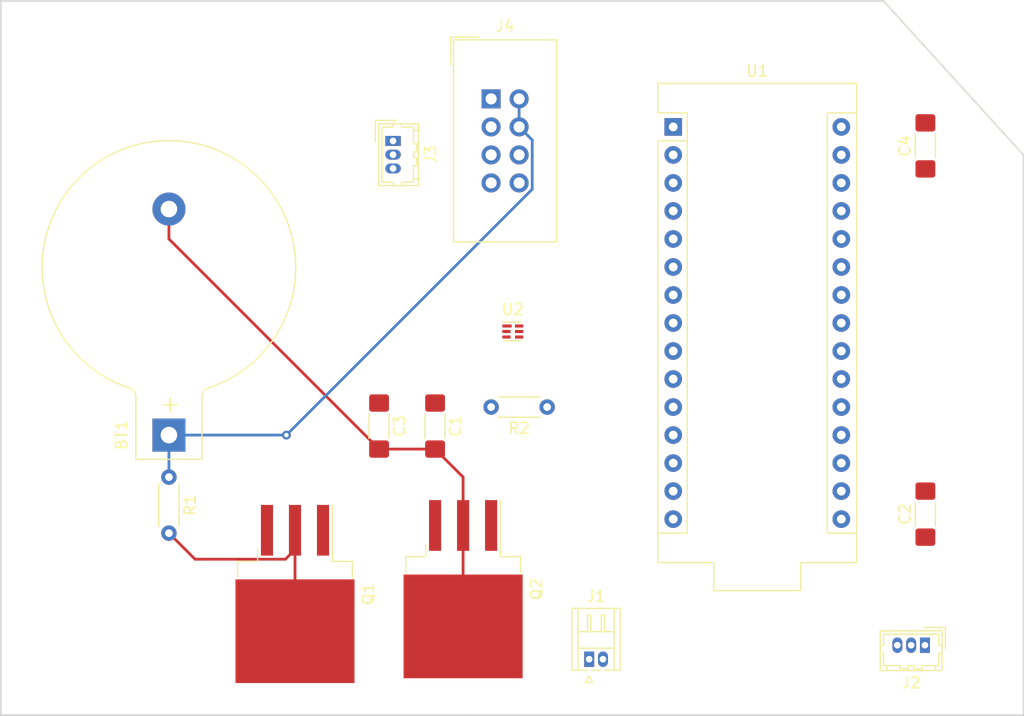
<source format=kicad_pcb>
(kicad_pcb (version 20171130) (host pcbnew "(5.1.10)-1")

  (general
    (thickness 1.6)
    (drawings 7)
    (tracks 20)
    (zones 0)
    (modules 15)
    (nets 40)
  )

  (page A4)
  (layers
    (0 F.Cu signal)
    (31 B.Cu signal)
    (32 B.Adhes user)
    (33 F.Adhes user)
    (34 B.Paste user)
    (35 F.Paste user)
    (36 B.SilkS user)
    (37 F.SilkS user)
    (38 B.Mask user)
    (39 F.Mask user)
    (40 Dwgs.User user)
    (41 Cmts.User user)
    (42 Eco1.User user)
    (43 Eco2.User user)
    (44 Edge.Cuts user)
    (45 Margin user)
    (46 B.CrtYd user)
    (47 F.CrtYd user)
    (48 B.Fab user)
    (49 F.Fab user)
  )

  (setup
    (last_trace_width 0.25)
    (trace_clearance 0.2)
    (zone_clearance 0.508)
    (zone_45_only no)
    (trace_min 0.2)
    (via_size 0.8)
    (via_drill 0.4)
    (via_min_size 0.4)
    (via_min_drill 0.3)
    (uvia_size 0.3)
    (uvia_drill 0.1)
    (uvias_allowed no)
    (uvia_min_size 0.2)
    (uvia_min_drill 0.1)
    (edge_width 0.15)
    (segment_width 0.2)
    (pcb_text_width 0.3)
    (pcb_text_size 1.5 1.5)
    (mod_edge_width 0.15)
    (mod_text_size 1 1)
    (mod_text_width 0.15)
    (pad_size 1.524 1.524)
    (pad_drill 0.762)
    (pad_to_mask_clearance 0.2)
    (aux_axis_origin 0 0)
    (visible_elements 7FFFFFFF)
    (pcbplotparams
      (layerselection 0x010fc_ffffffff)
      (usegerberextensions false)
      (usegerberattributes false)
      (usegerberadvancedattributes false)
      (creategerberjobfile false)
      (excludeedgelayer true)
      (linewidth 0.100000)
      (plotframeref false)
      (viasonmask false)
      (mode 1)
      (useauxorigin false)
      (hpglpennumber 1)
      (hpglpenspeed 20)
      (hpglpendiameter 15.000000)
      (psnegative false)
      (psa4output false)
      (plotreference true)
      (plotvalue true)
      (plotinvisibletext false)
      (padsonsilk false)
      (subtractmaskfromsilk false)
      (outputformat 1)
      (mirror false)
      (drillshape 1)
      (scaleselection 1)
      (outputdirectory ""))
  )

  (net 0 "")
  (net 1 "Net-(U1-Pad18)")
  (net 2 "Net-(U1-Pad3)")
  (net 3 "Net-(U1-Pad19)")
  (net 4 "Net-(U1-Pad5)")
  (net 5 "Net-(U1-Pad21)")
  (net 6 "Net-(U1-Pad6)")
  (net 7 "Net-(U1-Pad22)")
  (net 8 "Net-(U1-Pad7)")
  (net 9 "Net-(U1-Pad23)")
  (net 10 "Net-(U1-Pad8)")
  (net 11 "Net-(U1-Pad24)")
  (net 12 "Net-(U1-Pad9)")
  (net 13 "Net-(U1-Pad25)")
  (net 14 "Net-(U1-Pad10)")
  (net 15 "Net-(U1-Pad26)")
  (net 16 "Net-(U1-Pad11)")
  (net 17 "Net-(U1-Pad27)")
  (net 18 "Net-(U1-Pad12)")
  (net 19 "Net-(U1-Pad28)")
  (net 20 "Net-(U1-Pad13)")
  (net 21 "Net-(U1-Pad14)")
  (net 22 "Net-(U1-Pad15)")
  (net 23 "Net-(U1-Pad16)")
  (net 24 Earth)
  (net 25 3v3)
  (net 26 "Net-(C1-Pad1)")
  (net 27 sIn_1)
  (net 28 sIn_2)
  (net 29 s)
  (net 30 gp2)
  (net 31 gp0)
  (net 32 rst)
  (net 33 txd)
  (net 34 rxd)
  (net 35 "Net-(Q1-Pad1)")
  (net 36 "Net-(Q1-Pad2)")
  (net 37 "Net-(Q1-Pad3)")
  (net 38 "Net-(Q2-Pad3)")
  (net 39 "Net-(U2-Pad1)")

  (net_class Default "This is the default net class."
    (clearance 0.2)
    (trace_width 0.25)
    (via_dia 0.8)
    (via_drill 0.4)
    (uvia_dia 0.3)
    (uvia_drill 0.1)
    (add_net 3v3)
    (add_net Earth)
    (add_net "Net-(C1-Pad1)")
    (add_net "Net-(Q1-Pad1)")
    (add_net "Net-(Q1-Pad2)")
    (add_net "Net-(Q1-Pad3)")
    (add_net "Net-(Q2-Pad3)")
    (add_net "Net-(U1-Pad10)")
    (add_net "Net-(U1-Pad11)")
    (add_net "Net-(U1-Pad12)")
    (add_net "Net-(U1-Pad13)")
    (add_net "Net-(U1-Pad14)")
    (add_net "Net-(U1-Pad15)")
    (add_net "Net-(U1-Pad16)")
    (add_net "Net-(U1-Pad18)")
    (add_net "Net-(U1-Pad19)")
    (add_net "Net-(U1-Pad21)")
    (add_net "Net-(U1-Pad22)")
    (add_net "Net-(U1-Pad23)")
    (add_net "Net-(U1-Pad24)")
    (add_net "Net-(U1-Pad25)")
    (add_net "Net-(U1-Pad26)")
    (add_net "Net-(U1-Pad27)")
    (add_net "Net-(U1-Pad28)")
    (add_net "Net-(U1-Pad3)")
    (add_net "Net-(U1-Pad5)")
    (add_net "Net-(U1-Pad6)")
    (add_net "Net-(U1-Pad7)")
    (add_net "Net-(U1-Pad8)")
    (add_net "Net-(U1-Pad9)")
    (add_net "Net-(U2-Pad1)")
    (add_net gp0)
    (add_net gp2)
    (add_net rst)
    (add_net rxd)
    (add_net s)
    (add_net sIn_1)
    (add_net sIn_2)
    (add_net txd)
  )

  (module Arduino:Arduino_Nano_Every (layer F.Cu) (tedit 5FA0E9AA) (tstamp 6426287F)
    (at 133.35 73.66)
    (descr "Arduino Nano Every")
    (tags "Arduino Nano Every")
    (path /6419DD67)
    (fp_text reference U1 (at 7.62 -5.08) (layer F.SilkS)
      (effects (font (size 1 1) (thickness 0.15)))
    )
    (fp_text value Arduino_Nano_Every (at 8.89 19.05 90) (layer F.Fab)
      (effects (font (size 1 1) (thickness 0.15)))
    )
    (fp_line (start 3.683 42.037) (end 11.557 42.037) (layer F.SilkS) (width 0.12))
    (fp_line (start 11.557 42.037) (end 11.557 39.497) (layer F.SilkS) (width 0.12))
    (fp_line (start 11.557 39.497) (end 16.637 39.497) (layer F.SilkS) (width 0.12))
    (fp_line (start 3.683 42.037) (end 3.683 39.497) (layer F.SilkS) (width 0.12))
    (fp_line (start 16.764 42.164) (end -1.524 42.164) (layer F.CrtYd) (width 0.05))
    (fp_line (start 16.764 42.164) (end 16.764 -4.064) (layer F.CrtYd) (width 0.05))
    (fp_line (start -1.524 -4.064) (end -1.524 42.164) (layer F.CrtYd) (width 0.05))
    (fp_line (start -1.524 -4.064) (end 16.764 -4.064) (layer F.CrtYd) (width 0.05))
    (fp_line (start 16.51 -3.81) (end 16.51 39.37) (layer F.Fab) (width 0.1))
    (fp_line (start 0 -3.81) (end 16.51 -3.81) (layer F.Fab) (width 0.1))
    (fp_line (start -1.27 -2.54) (end 0 -3.81) (layer F.Fab) (width 0.1))
    (fp_line (start -1.27 39.37) (end -1.27 -2.54) (layer F.Fab) (width 0.1))
    (fp_line (start 16.51 39.37) (end -1.27 39.37) (layer F.Fab) (width 0.1))
    (fp_line (start 16.637 -3.937) (end -1.397 -3.937) (layer F.SilkS) (width 0.12))
    (fp_line (start 16.637 39.497) (end 16.637 -3.937) (layer F.SilkS) (width 0.12))
    (fp_line (start -1.397 39.497) (end 3.683 39.497) (layer F.SilkS) (width 0.12))
    (fp_line (start 3.81 41.91) (end 3.81 35.56) (layer F.Fab) (width 0.1))
    (fp_line (start 11.43 41.91) (end 3.81 41.91) (layer F.Fab) (width 0.1))
    (fp_line (start 11.43 35.56) (end 11.43 41.91) (layer F.Fab) (width 0.1))
    (fp_line (start 3.81 35.56) (end 11.43 35.56) (layer F.Fab) (width 0.1))
    (fp_line (start 1.27 36.83) (end -1.4 36.83) (layer F.SilkS) (width 0.12))
    (fp_line (start 1.27 1.27) (end 1.27 36.83) (layer F.SilkS) (width 0.12))
    (fp_line (start 1.27 1.27) (end -1.397 1.27) (layer F.SilkS) (width 0.12))
    (fp_line (start 13.97 36.83) (end 16.64 36.83) (layer F.SilkS) (width 0.12))
    (fp_line (start 13.97 -1.27) (end 13.97 36.83) (layer F.SilkS) (width 0.12))
    (fp_line (start 13.97 -1.27) (end 16.64 -1.27) (layer F.SilkS) (width 0.12))
    (fp_line (start -1.397 -3.937) (end -1.397 -1.27) (layer F.SilkS) (width 0.12))
    (fp_line (start -1.397 1.27) (end -1.397 39.497) (layer F.SilkS) (width 0.12))
    (fp_line (start 1.27 -1.27) (end -1.397 -1.27) (layer F.SilkS) (width 0.12))
    (fp_line (start 1.27 1.27) (end 1.27 -1.27) (layer F.SilkS) (width 0.12))
    (fp_text user %R (at 6.35 19.05 90) (layer F.Fab)
      (effects (font (size 1 1) (thickness 0.15)))
    )
    (pad 1 thru_hole rect (at 0 0) (size 1.6 1.6) (drill 0.8) (layers *.Cu *.Mask)
      (net 33 txd))
    (pad 17 thru_hole oval (at 15.24 33.02) (size 1.6 1.6) (drill 0.8) (layers *.Cu *.Mask)
      (net 25 3v3))
    (pad 2 thru_hole oval (at 0 2.54) (size 1.6 1.6) (drill 0.8) (layers *.Cu *.Mask)
      (net 34 rxd))
    (pad 18 thru_hole oval (at 15.24 30.48) (size 1.6 1.6) (drill 0.8) (layers *.Cu *.Mask)
      (net 1 "Net-(U1-Pad18)"))
    (pad 3 thru_hole oval (at 0 5.08) (size 1.6 1.6) (drill 0.8) (layers *.Cu *.Mask)
      (net 2 "Net-(U1-Pad3)"))
    (pad 19 thru_hole oval (at 15.24 27.94) (size 1.6 1.6) (drill 0.8) (layers *.Cu *.Mask)
      (net 3 "Net-(U1-Pad19)"))
    (pad 4 thru_hole oval (at 0 7.62) (size 1.6 1.6) (drill 0.8) (layers *.Cu *.Mask)
      (net 24 Earth))
    (pad 20 thru_hole oval (at 15.24 25.4) (size 1.6 1.6) (drill 0.8) (layers *.Cu *.Mask)
      (net 29 s))
    (pad 5 thru_hole oval (at 0 10.16) (size 1.6 1.6) (drill 0.8) (layers *.Cu *.Mask)
      (net 4 "Net-(U1-Pad5)"))
    (pad 21 thru_hole oval (at 15.24 22.86) (size 1.6 1.6) (drill 0.8) (layers *.Cu *.Mask)
      (net 5 "Net-(U1-Pad21)"))
    (pad 6 thru_hole oval (at 0 12.7) (size 1.6 1.6) (drill 0.8) (layers *.Cu *.Mask)
      (net 6 "Net-(U1-Pad6)"))
    (pad 22 thru_hole oval (at 15.24 20.32) (size 1.6 1.6) (drill 0.8) (layers *.Cu *.Mask)
      (net 7 "Net-(U1-Pad22)"))
    (pad 7 thru_hole oval (at 0 15.24) (size 1.6 1.6) (drill 0.8) (layers *.Cu *.Mask)
      (net 8 "Net-(U1-Pad7)"))
    (pad 23 thru_hole oval (at 15.24 17.78) (size 1.6 1.6) (drill 0.8) (layers *.Cu *.Mask)
      (net 9 "Net-(U1-Pad23)"))
    (pad 8 thru_hole oval (at 0 17.78) (size 1.6 1.6) (drill 0.8) (layers *.Cu *.Mask)
      (net 10 "Net-(U1-Pad8)"))
    (pad 24 thru_hole oval (at 15.24 15.24) (size 1.6 1.6) (drill 0.8) (layers *.Cu *.Mask)
      (net 11 "Net-(U1-Pad24)"))
    (pad 9 thru_hole oval (at 0 20.32) (size 1.6 1.6) (drill 0.8) (layers *.Cu *.Mask)
      (net 12 "Net-(U1-Pad9)"))
    (pad 25 thru_hole oval (at 15.24 12.7) (size 1.6 1.6) (drill 0.8) (layers *.Cu *.Mask)
      (net 13 "Net-(U1-Pad25)"))
    (pad 10 thru_hole oval (at 0 22.86) (size 1.6 1.6) (drill 0.8) (layers *.Cu *.Mask)
      (net 14 "Net-(U1-Pad10)"))
    (pad 26 thru_hole oval (at 15.24 10.16) (size 1.6 1.6) (drill 0.8) (layers *.Cu *.Mask)
      (net 15 "Net-(U1-Pad26)"))
    (pad 11 thru_hole oval (at 0 25.4) (size 1.6 1.6) (drill 0.8) (layers *.Cu *.Mask)
      (net 16 "Net-(U1-Pad11)"))
    (pad 27 thru_hole oval (at 15.24 7.62) (size 1.6 1.6) (drill 0.8) (layers *.Cu *.Mask)
      (net 17 "Net-(U1-Pad27)"))
    (pad 12 thru_hole oval (at 0 27.94) (size 1.6 1.6) (drill 0.8) (layers *.Cu *.Mask)
      (net 18 "Net-(U1-Pad12)"))
    (pad 28 thru_hole oval (at 15.24 5.08) (size 1.6 1.6) (drill 0.8) (layers *.Cu *.Mask)
      (net 19 "Net-(U1-Pad28)"))
    (pad 13 thru_hole oval (at 0 30.48) (size 1.6 1.6) (drill 0.8) (layers *.Cu *.Mask)
      (net 20 "Net-(U1-Pad13)"))
    (pad 29 thru_hole oval (at 15.24 2.54) (size 1.6 1.6) (drill 0.8) (layers *.Cu *.Mask)
      (net 24 Earth))
    (pad 14 thru_hole oval (at 0 33.02) (size 1.6 1.6) (drill 0.8) (layers *.Cu *.Mask)
      (net 21 "Net-(U1-Pad14)"))
    (pad 30 thru_hole oval (at 15.24 0) (size 1.6 1.6) (drill 0.8) (layers *.Cu *.Mask)
      (net 25 3v3))
    (pad 15 thru_hole oval (at 0 35.56) (size 1.6 1.6) (drill 0.8) (layers *.Cu *.Mask)
      (net 22 "Net-(U1-Pad15)"))
    (pad 16 thru_hole oval (at 15.24 35.56) (size 1.6 1.6) (drill 0.8) (layers *.Cu *.Mask)
      (net 23 "Net-(U1-Pad16)"))
    (model ${KISYS3DMOD}/Module.3dshapes/Arduino_Nano_WithMountingHoles.wrl
      (at (xyz 0 0 0))
      (scale (xyz 1 1 1))
      (rotate (xyz 0 0 0))
    )
    (model ${LOCALREPO}/kicad-lib-arduino/Arduino.3dshapes/arduino_nano_every.x3d
      (at (xyz 0 0 0))
      (scale (xyz 1 1 1))
      (rotate (xyz 0 0 0))
    )
    (model ${KICAD_TEMPLATE_DIR}/kicad-lib-arduino-main/Arduino.3dshapes/arduino_nano_every.x3d
      (at (xyz 0 0 0))
      (scale (xyz 1 1 1))
      (rotate (xyz 0 0 0))
    )
    (model "C:/Program Files/KiCad/share/kicad/kicad-lib-arduino-main/Arduino.3dshapes/arduino_nano_every.x3d"
      (at (xyz 0 0 0))
      (scale (xyz 1 1 1))
      (rotate (xyz 0 0 0))
    )
  )

  (module Battery:BatteryHolder_Keystone_103_1x20mm (layer F.Cu) (tedit 5787C32C) (tstamp 64262DF4)
    (at 87.63 101.6 90)
    (descr http://www.keyelco.com/product-pdf.cfm?p=719)
    (tags "Keystone type 103 battery holder")
    (path /6419E29A)
    (fp_text reference BT1 (at 0 -4.3 90) (layer F.SilkS)
      (effects (font (size 1 1) (thickness 0.15)))
    )
    (fp_text value Battery_Cell (at 15 13 90) (layer F.Fab)
      (effects (font (size 1 1) (thickness 0.15)))
    )
    (fp_line (start 0 -1.3) (end 0 1.3) (layer F.Fab) (width 0.1))
    (fp_line (start 16.2 -1.3) (end 0 -1.3) (layer F.Fab) (width 0.1))
    (fp_line (start 0 1.3) (end 16.2 1.3) (layer F.Fab) (width 0.1))
    (fp_line (start -2.1 -2.5) (end -2.1 2.5) (layer F.Fab) (width 0.1))
    (fp_line (start -1.7 2.9) (end 3.5306 2.9) (layer F.Fab) (width 0.1))
    (fp_line (start 3.5306 -2.9) (end -1.7 -2.9) (layer F.Fab) (width 0.1))
    (fp_line (start 23.5712 -7.7216) (end 22.6314 -6.858) (layer F.Fab) (width 0.1))
    (fp_line (start 23.5712 7.7216) (end 22.6568 6.8834) (layer F.Fab) (width 0.1))
    (fp_line (start -2.2 3) (end 3.5 3) (layer F.SilkS) (width 0.12))
    (fp_line (start -2.2 3) (end -2.2 -3) (layer F.SilkS) (width 0.12))
    (fp_line (start -2.2 -3) (end 3.5 -3) (layer F.SilkS) (width 0.12))
    (fp_line (start -2.45 3.25) (end -2.45 -3.25) (layer F.CrtYd) (width 0.05))
    (fp_line (start -2.45 3.25) (end 3.5 3.25) (layer F.CrtYd) (width 0.05))
    (fp_line (start -2.45 -3.25) (end 3.5 -3.25) (layer F.CrtYd) (width 0.05))
    (fp_text user + (at 2.75 0 90) (layer F.SilkS)
      (effects (font (size 1.5 1.5) (thickness 0.15)))
    )
    (fp_text user %R (at 0 0 90) (layer F.Fab)
      (effects (font (size 1 1) (thickness 0.15)))
    )
    (fp_arc (start 15.2 0) (end 4.01 3.6) (angle -162.5) (layer F.CrtYd) (width 0.05))
    (fp_arc (start 15.2 0) (end 4.01 -3.6) (angle 162.5) (layer F.CrtYd) (width 0.05))
    (fp_arc (start 3.5 3.8) (end 3.5 3.25) (angle 70) (layer F.CrtYd) (width 0.05))
    (fp_arc (start 3.5 -3.8) (end 3.5 -3.25) (angle -70) (layer F.CrtYd) (width 0.05))
    (fp_arc (start 15.2 0) (end 4.25 3.5) (angle -162.5) (layer F.SilkS) (width 0.12))
    (fp_arc (start 3.5 3.8) (end 3.5 3) (angle 70) (layer F.SilkS) (width 0.12))
    (fp_arc (start 15.2 0) (end 4.25 -3.5) (angle 162.5) (layer F.SilkS) (width 0.12))
    (fp_arc (start 3.5 -3.8) (end 3.5 -3) (angle -70) (layer F.SilkS) (width 0.12))
    (fp_arc (start 3.5 3.8) (end 3.5 2.9) (angle 70) (layer F.Fab) (width 0.1))
    (fp_arc (start 15.2 0) (end 4.35 3.5) (angle -162.5) (layer F.Fab) (width 0.1))
    (fp_arc (start 15.2 0) (end 4.35 -3.5) (angle 162.5) (layer F.Fab) (width 0.1))
    (fp_arc (start 15.2 0) (end 5.2 1.3) (angle -180) (layer F.Fab) (width 0.1))
    (fp_arc (start 15.2 0) (end 9 1.3) (angle -170) (layer F.Fab) (width 0.1))
    (fp_arc (start 15.2 0) (end 13.3 1.3) (angle -150) (layer F.Fab) (width 0.1))
    (fp_arc (start 15.2 0) (end 13.3 -1.3) (angle 150) (layer F.Fab) (width 0.1))
    (fp_arc (start 15.2 0) (end 9 -1.3) (angle 170) (layer F.Fab) (width 0.1))
    (fp_arc (start 15.2 0) (end 5.2 -1.3) (angle 180) (layer F.Fab) (width 0.1))
    (fp_arc (start 3.5 -3.8) (end 3.5 -2.9) (angle -70) (layer F.Fab) (width 0.1))
    (fp_arc (start 16.2 0) (end 16.2 -1.3) (angle 180) (layer F.Fab) (width 0.1))
    (fp_arc (start -1.7 2.5) (end -2.1 2.5) (angle -90) (layer F.Fab) (width 0.1))
    (fp_arc (start -1.7 -2.5) (end -2.1 -2.5) (angle 90) (layer F.Fab) (width 0.1))
    (pad 2 thru_hole circle (at 20.49 0 90) (size 3 3) (drill 1.5) (layers *.Cu *.Mask)
      (net 24 Earth))
    (pad 1 thru_hole rect (at 0 0 90) (size 3 3) (drill 1.5) (layers *.Cu *.Mask)
      (net 25 3v3))
    (model ${KISYS3DMOD}/Battery.3dshapes/BatteryHolder_Keystone_103_1x20mm.wrl
      (at (xyz 0 0 0))
      (scale (xyz 1 1 1))
      (rotate (xyz 0 0 0))
    )
  )

  (module Capacitor_SMD:C_1806_4516Metric_Pad1.57x1.80mm_HandSolder (layer F.Cu) (tedit 5B301BBE) (tstamp 64262E05)
    (at 111.76 100.7825 270)
    (descr "Capacitor SMD 1806 (4516 Metric), square (rectangular) end terminal, IPC_7351 nominal with elongated pad for handsoldering. (Body size source: https://www.modelithics.com/models/Vendor/MuRata/BLM41P.pdf), generated with kicad-footprint-generator")
    (tags "capacitor handsolder")
    (path /6419EE34)
    (attr smd)
    (fp_text reference C1 (at 0 -1.85 270) (layer F.SilkS)
      (effects (font (size 1 1) (thickness 0.15)))
    )
    (fp_text value 0u1 (at 0 1.85 270) (layer F.Fab)
      (effects (font (size 1 1) (thickness 0.15)))
    )
    (fp_line (start 3.12 1.15) (end -3.12 1.15) (layer F.CrtYd) (width 0.05))
    (fp_line (start 3.12 -1.15) (end 3.12 1.15) (layer F.CrtYd) (width 0.05))
    (fp_line (start -3.12 -1.15) (end 3.12 -1.15) (layer F.CrtYd) (width 0.05))
    (fp_line (start -3.12 1.15) (end -3.12 -1.15) (layer F.CrtYd) (width 0.05))
    (fp_line (start -1.111252 0.91) (end 1.111252 0.91) (layer F.SilkS) (width 0.12))
    (fp_line (start -1.111252 -0.91) (end 1.111252 -0.91) (layer F.SilkS) (width 0.12))
    (fp_line (start 2.25 0.8) (end -2.25 0.8) (layer F.Fab) (width 0.1))
    (fp_line (start 2.25 -0.8) (end 2.25 0.8) (layer F.Fab) (width 0.1))
    (fp_line (start -2.25 -0.8) (end 2.25 -0.8) (layer F.Fab) (width 0.1))
    (fp_line (start -2.25 0.8) (end -2.25 -0.8) (layer F.Fab) (width 0.1))
    (fp_text user %R (at 0 0 270) (layer F.Fab)
      (effects (font (size 1 1) (thickness 0.15)))
    )
    (pad 1 smd roundrect (at -2.0875 0 270) (size 1.575 1.8) (layers F.Cu F.Paste F.Mask) (roundrect_rratio 0.15873)
      (net 26 "Net-(C1-Pad1)"))
    (pad 2 smd roundrect (at 2.0875 0 270) (size 1.575 1.8) (layers F.Cu F.Paste F.Mask) (roundrect_rratio 0.15873)
      (net 24 Earth))
    (model ${KISYS3DMOD}/Capacitor_SMD.3dshapes/C_1806_4516Metric.wrl
      (at (xyz 0 0 0))
      (scale (xyz 1 1 1))
      (rotate (xyz 0 0 0))
    )
  )

  (module Capacitor_SMD:C_1806_4516Metric_Pad1.57x1.80mm_HandSolder (layer F.Cu) (tedit 5B301BBE) (tstamp 64262E16)
    (at 156.21 108.7675 90)
    (descr "Capacitor SMD 1806 (4516 Metric), square (rectangular) end terminal, IPC_7351 nominal with elongated pad for handsoldering. (Body size source: https://www.modelithics.com/models/Vendor/MuRata/BLM41P.pdf), generated with kicad-footprint-generator")
    (tags "capacitor handsolder")
    (path /641A26AE)
    (attr smd)
    (fp_text reference C2 (at 0 -1.85 90) (layer F.SilkS)
      (effects (font (size 1 1) (thickness 0.15)))
    )
    (fp_text value 0u1 (at 0 1.85 90) (layer F.Fab)
      (effects (font (size 1 1) (thickness 0.15)))
    )
    (fp_line (start 3.12 1.15) (end -3.12 1.15) (layer F.CrtYd) (width 0.05))
    (fp_line (start 3.12 -1.15) (end 3.12 1.15) (layer F.CrtYd) (width 0.05))
    (fp_line (start -3.12 -1.15) (end 3.12 -1.15) (layer F.CrtYd) (width 0.05))
    (fp_line (start -3.12 1.15) (end -3.12 -1.15) (layer F.CrtYd) (width 0.05))
    (fp_line (start -1.111252 0.91) (end 1.111252 0.91) (layer F.SilkS) (width 0.12))
    (fp_line (start -1.111252 -0.91) (end 1.111252 -0.91) (layer F.SilkS) (width 0.12))
    (fp_line (start 2.25 0.8) (end -2.25 0.8) (layer F.Fab) (width 0.1))
    (fp_line (start 2.25 -0.8) (end 2.25 0.8) (layer F.Fab) (width 0.1))
    (fp_line (start -2.25 -0.8) (end 2.25 -0.8) (layer F.Fab) (width 0.1))
    (fp_line (start -2.25 0.8) (end -2.25 -0.8) (layer F.Fab) (width 0.1))
    (fp_text user %R (at 0 0 90) (layer F.Fab)
      (effects (font (size 1 1) (thickness 0.15)))
    )
    (pad 1 smd roundrect (at -2.0875 0 90) (size 1.575 1.8) (layers F.Cu F.Paste F.Mask) (roundrect_rratio 0.15873)
      (net 24 Earth))
    (pad 2 smd roundrect (at 2.0875 0 90) (size 1.575 1.8) (layers F.Cu F.Paste F.Mask) (roundrect_rratio 0.15873)
      (net 25 3v3))
    (model ${KISYS3DMOD}/Capacitor_SMD.3dshapes/C_1806_4516Metric.wrl
      (at (xyz 0 0 0))
      (scale (xyz 1 1 1))
      (rotate (xyz 0 0 0))
    )
  )

  (module Capacitor_SMD:C_1806_4516Metric_Pad1.57x1.80mm_HandSolder (layer F.Cu) (tedit 5B301BBE) (tstamp 64262E27)
    (at 106.68 100.7825 270)
    (descr "Capacitor SMD 1806 (4516 Metric), square (rectangular) end terminal, IPC_7351 nominal with elongated pad for handsoldering. (Body size source: https://www.modelithics.com/models/Vendor/MuRata/BLM41P.pdf), generated with kicad-footprint-generator")
    (tags "capacitor handsolder")
    (path /641A1EAA)
    (attr smd)
    (fp_text reference C3 (at 0 -1.85 270) (layer F.SilkS)
      (effects (font (size 1 1) (thickness 0.15)))
    )
    (fp_text value 0u1 (at 0 1.85 270) (layer F.Fab)
      (effects (font (size 1 1) (thickness 0.15)))
    )
    (fp_line (start -2.25 0.8) (end -2.25 -0.8) (layer F.Fab) (width 0.1))
    (fp_line (start -2.25 -0.8) (end 2.25 -0.8) (layer F.Fab) (width 0.1))
    (fp_line (start 2.25 -0.8) (end 2.25 0.8) (layer F.Fab) (width 0.1))
    (fp_line (start 2.25 0.8) (end -2.25 0.8) (layer F.Fab) (width 0.1))
    (fp_line (start -1.111252 -0.91) (end 1.111252 -0.91) (layer F.SilkS) (width 0.12))
    (fp_line (start -1.111252 0.91) (end 1.111252 0.91) (layer F.SilkS) (width 0.12))
    (fp_line (start -3.12 1.15) (end -3.12 -1.15) (layer F.CrtYd) (width 0.05))
    (fp_line (start -3.12 -1.15) (end 3.12 -1.15) (layer F.CrtYd) (width 0.05))
    (fp_line (start 3.12 -1.15) (end 3.12 1.15) (layer F.CrtYd) (width 0.05))
    (fp_line (start 3.12 1.15) (end -3.12 1.15) (layer F.CrtYd) (width 0.05))
    (fp_text user %R (at 0 0 270) (layer F.Fab)
      (effects (font (size 1 1) (thickness 0.15)))
    )
    (pad 2 smd roundrect (at 2.0875 0 270) (size 1.575 1.8) (layers F.Cu F.Paste F.Mask) (roundrect_rratio 0.15873)
      (net 24 Earth))
    (pad 1 smd roundrect (at -2.0875 0 270) (size 1.575 1.8) (layers F.Cu F.Paste F.Mask) (roundrect_rratio 0.15873)
      (net 25 3v3))
    (model ${KISYS3DMOD}/Capacitor_SMD.3dshapes/C_1806_4516Metric.wrl
      (at (xyz 0 0 0))
      (scale (xyz 1 1 1))
      (rotate (xyz 0 0 0))
    )
  )

  (module Capacitor_SMD:C_1806_4516Metric_Pad1.57x1.80mm_HandSolder (layer F.Cu) (tedit 5B301BBE) (tstamp 64262E38)
    (at 156.21 75.3825 90)
    (descr "Capacitor SMD 1806 (4516 Metric), square (rectangular) end terminal, IPC_7351 nominal with elongated pad for handsoldering. (Body size source: https://www.modelithics.com/models/Vendor/MuRata/BLM41P.pdf), generated with kicad-footprint-generator")
    (tags "capacitor handsolder")
    (path /641A2BA6)
    (attr smd)
    (fp_text reference C4 (at 0 -1.85 90) (layer F.SilkS)
      (effects (font (size 1 1) (thickness 0.15)))
    )
    (fp_text value 0u1 (at 0 1.85 90) (layer F.Fab)
      (effects (font (size 1 1) (thickness 0.15)))
    )
    (fp_line (start -2.25 0.8) (end -2.25 -0.8) (layer F.Fab) (width 0.1))
    (fp_line (start -2.25 -0.8) (end 2.25 -0.8) (layer F.Fab) (width 0.1))
    (fp_line (start 2.25 -0.8) (end 2.25 0.8) (layer F.Fab) (width 0.1))
    (fp_line (start 2.25 0.8) (end -2.25 0.8) (layer F.Fab) (width 0.1))
    (fp_line (start -1.111252 -0.91) (end 1.111252 -0.91) (layer F.SilkS) (width 0.12))
    (fp_line (start -1.111252 0.91) (end 1.111252 0.91) (layer F.SilkS) (width 0.12))
    (fp_line (start -3.12 1.15) (end -3.12 -1.15) (layer F.CrtYd) (width 0.05))
    (fp_line (start -3.12 -1.15) (end 3.12 -1.15) (layer F.CrtYd) (width 0.05))
    (fp_line (start 3.12 -1.15) (end 3.12 1.15) (layer F.CrtYd) (width 0.05))
    (fp_line (start 3.12 1.15) (end -3.12 1.15) (layer F.CrtYd) (width 0.05))
    (fp_text user %R (at 0 0 90) (layer F.Fab)
      (effects (font (size 1 1) (thickness 0.15)))
    )
    (pad 2 smd roundrect (at 2.0875 0 90) (size 1.575 1.8) (layers F.Cu F.Paste F.Mask) (roundrect_rratio 0.15873)
      (net 25 3v3))
    (pad 1 smd roundrect (at -2.0875 0 90) (size 1.575 1.8) (layers F.Cu F.Paste F.Mask) (roundrect_rratio 0.15873)
      (net 24 Earth))
    (model ${KISYS3DMOD}/Capacitor_SMD.3dshapes/C_1806_4516Metric.wrl
      (at (xyz 0 0 0))
      (scale (xyz 1 1 1))
      (rotate (xyz 0 0 0))
    )
  )

  (module Connector_Hirose:Hirose_DF13-02P-1.25DS_1x02_P1.25mm_Horizontal (layer F.Cu) (tedit 5A1C63E0) (tstamp 64262E66)
    (at 125.73 121.92)
    (descr "Molex DF13 through hole, DF13-02P-1.25DS, 2 Pins per row (https://www.hirose.com/product/en/products/DF13/DF13-4P-1.25DS%2820%29/), generated with kicad-footprint-generator")
    (tags "connector Hirose  top entry")
    (path /641A1B05)
    (fp_text reference J1 (at 0.62 -5.7) (layer F.SilkS)
      (effects (font (size 1 1) (thickness 0.15)))
    )
    (fp_text value Conn_01x02 (at 0.62 2.1) (layer F.Fab)
      (effects (font (size 1 1) (thickness 0.15)))
    )
    (fp_line (start 3.2 -5) (end -1.95 -5) (layer F.CrtYd) (width 0.05))
    (fp_line (start 3.2 1.4) (end 3.2 -5) (layer F.CrtYd) (width 0.05))
    (fp_line (start -1.95 1.4) (end 3.2 1.4) (layer F.CrtYd) (width 0.05))
    (fp_line (start -1.95 -5) (end -1.95 1.4) (layer F.CrtYd) (width 0.05))
    (fp_line (start 0 0.192893) (end 0.5 0.9) (layer F.Fab) (width 0.1))
    (fp_line (start -0.5 0.9) (end 0 0.192893) (layer F.Fab) (width 0.1))
    (fp_line (start 0.3 2.1) (end 0 1.5) (layer F.SilkS) (width 0.12))
    (fp_line (start -0.3 2.1) (end 0.3 2.1) (layer F.SilkS) (width 0.12))
    (fp_line (start 0 1.5) (end -0.3 2.1) (layer F.SilkS) (width 0.12))
    (fp_line (start 1 1.01) (end 1 0.96) (layer F.SilkS) (width 0.12))
    (fp_line (start 0.25 1.01) (end 1 1.01) (layer F.SilkS) (width 0.12))
    (fp_line (start 0.25 0.96) (end 0.25 1.01) (layer F.SilkS) (width 0.12))
    (fp_line (start 1.4 -2.5) (end 1.25 -2.5) (layer F.SilkS) (width 0.12))
    (fp_line (start 1.4 -3.9625) (end 1.4 -2.5) (layer F.SilkS) (width 0.12))
    (fp_line (start 1.25 -4) (end 1.4 -3.9625) (layer F.SilkS) (width 0.12))
    (fp_line (start 1.1 -3.9625) (end 1.25 -4) (layer F.SilkS) (width 0.12))
    (fp_line (start 1.1 -2.5) (end 1.1 -3.9625) (layer F.SilkS) (width 0.12))
    (fp_line (start 1.25 -2.5) (end 1.1 -2.5) (layer F.SilkS) (width 0.12))
    (fp_line (start 0.15 -2.5) (end 0 -2.5) (layer F.SilkS) (width 0.12))
    (fp_line (start 0.15 -3.9625) (end 0.15 -2.5) (layer F.SilkS) (width 0.12))
    (fp_line (start 0 -4) (end 0.15 -3.9625) (layer F.SilkS) (width 0.12))
    (fp_line (start -0.15 -3.9625) (end 0 -4) (layer F.SilkS) (width 0.12))
    (fp_line (start -0.15 -2.5) (end -0.15 -3.9625) (layer F.SilkS) (width 0.12))
    (fp_line (start 0 -2.5) (end -0.15 -2.5) (layer F.SilkS) (width 0.12))
    (fp_line (start 2.26 -4.61) (end 2.26 1.01) (layer F.SilkS) (width 0.12))
    (fp_line (start -1.01 -4.61) (end -1.01 1.01) (layer F.SilkS) (width 0.12))
    (fp_line (start -1.01 -1) (end 2.26 -1) (layer F.SilkS) (width 0.12))
    (fp_line (start -1.01 -2.5) (end 2.26 -2.5) (layer F.SilkS) (width 0.12))
    (fp_line (start 1.5 1.01) (end 1.5 0.96) (layer F.SilkS) (width 0.12))
    (fp_line (start 2.81 1.01) (end 1.5 1.01) (layer F.SilkS) (width 0.12))
    (fp_line (start 2.81 -4.61) (end 2.81 1.01) (layer F.SilkS) (width 0.12))
    (fp_line (start -1.56 -4.61) (end 2.81 -4.61) (layer F.SilkS) (width 0.12))
    (fp_line (start -1.56 1.01) (end -1.56 -4.61) (layer F.SilkS) (width 0.12))
    (fp_line (start -0.25 1.01) (end -1.56 1.01) (layer F.SilkS) (width 0.12))
    (fp_line (start -0.25 0.96) (end -0.25 1.01) (layer F.SilkS) (width 0.12))
    (fp_line (start 2.7 -4.5) (end -1.45 -4.5) (layer F.Fab) (width 0.1))
    (fp_line (start 2.7 0.9) (end 2.7 -4.5) (layer F.Fab) (width 0.1))
    (fp_line (start -1.45 0.9) (end 2.7 0.9) (layer F.Fab) (width 0.1))
    (fp_line (start -1.45 -4.5) (end -1.45 0.9) (layer F.Fab) (width 0.1))
    (fp_text user %R (at 0.62 -3.8) (layer F.Fab)
      (effects (font (size 1 1) (thickness 0.15)))
    )
    (pad 1 thru_hole rect (at 0 0) (size 0.9 1.4) (drill 0.6) (layers *.Cu *.Mask)
      (net 27 sIn_1))
    (pad 2 thru_hole oval (at 1.25 0) (size 0.9 1.4) (drill 0.6) (layers *.Cu *.Mask)
      (net 28 sIn_2))
    (model ${KISYS3DMOD}/Connector_Hirose.3dshapes/Hirose_DF13-02P-1.25DS_1x02_P1.25mm_Horizontal.wrl
      (at (xyz 0 0 0))
      (scale (xyz 1 1 1))
      (rotate (xyz 0 0 0))
    )
  )

  (module Connector_Hirose:Hirose_DF13-03P-1.25DSA_1x03_P1.25mm_Vertical (layer F.Cu) (tedit 5A1C63DE) (tstamp 642634DC)
    (at 156.17 120.65 180)
    (descr "Molex DF13 through hole, DF13-03P-1.25DSA, 3 Pins per row (https://www.hirose.com/product/en/products/DF13/DF13-2P-1.25DSA%2850%29/), generated with kicad-footprint-generator")
    (tags "connector Hirose  side entry")
    (path /6419E042)
    (fp_text reference J2 (at 1.25 -3.4 180) (layer F.SilkS)
      (effects (font (size 1 1) (thickness 0.15)))
    )
    (fp_text value Conn_01x03_MountingPin (at 1.25 2.4 180) (layer F.Fab)
      (effects (font (size 1 1) (thickness 0.15)))
    )
    (fp_line (start 4.45 -2.7) (end -1.95 -2.7) (layer F.CrtYd) (width 0.05))
    (fp_line (start 4.45 1.7) (end 4.45 -2.7) (layer F.CrtYd) (width 0.05))
    (fp_line (start -1.95 1.7) (end 4.45 1.7) (layer F.CrtYd) (width 0.05))
    (fp_line (start -1.95 -2.7) (end -1.95 1.7) (layer F.CrtYd) (width 0.05))
    (fp_line (start 2.25 -1.85) (end 3.45 -1.85) (layer F.SilkS) (width 0.12))
    (fp_line (start 2.25 -2.15) (end 2.25 -1.85) (layer F.SilkS) (width 0.12))
    (fp_line (start 1.5 -2.15) (end 2.25 -2.15) (layer F.SilkS) (width 0.12))
    (fp_line (start 1.5 -1.85) (end 1.5 -2.15) (layer F.SilkS) (width 0.12))
    (fp_line (start 1 -1.85) (end 1.5 -1.85) (layer F.SilkS) (width 0.12))
    (fp_line (start 1 -2.15) (end 1 -1.85) (layer F.SilkS) (width 0.12))
    (fp_line (start 0.25 -2.15) (end 1 -2.15) (layer F.SilkS) (width 0.12))
    (fp_line (start 0.25 -1.85) (end 0.25 -2.15) (layer F.SilkS) (width 0.12))
    (fp_line (start -0.95 -1.85) (end 0.25 -1.85) (layer F.SilkS) (width 0.12))
    (fp_line (start 3.45 -1.85) (end 3.45 -2.3) (layer F.SilkS) (width 0.12))
    (fp_line (start 3.75 -1.85) (end 3.45 -1.85) (layer F.SilkS) (width 0.12))
    (fp_line (start 3.75 -0.75) (end 3.75 -1.85) (layer F.SilkS) (width 0.12))
    (fp_line (start 4.05 -0.75) (end 3.75 -0.75) (layer F.SilkS) (width 0.12))
    (fp_line (start -0.95 -1.85) (end -0.95 -2.3) (layer F.SilkS) (width 0.12))
    (fp_line (start -1.25 -1.85) (end -0.95 -1.85) (layer F.SilkS) (width 0.12))
    (fp_line (start -1.25 -0.75) (end -1.25 -1.85) (layer F.SilkS) (width 0.12))
    (fp_line (start -1.55 -0.75) (end -1.25 -0.75) (layer F.SilkS) (width 0.12))
    (fp_line (start 3.75 0) (end 4.05 0) (layer F.SilkS) (width 0.12))
    (fp_line (start 3.75 1) (end 3.75 0) (layer F.SilkS) (width 0.12))
    (fp_line (start -1.25 1) (end 3.75 1) (layer F.SilkS) (width 0.12))
    (fp_line (start -1.25 0) (end -1.25 1) (layer F.SilkS) (width 0.12))
    (fp_line (start -1.55 0) (end -1.25 0) (layer F.SilkS) (width 0.12))
    (fp_line (start 0 0.492893) (end 0.5 1.2) (layer F.Fab) (width 0.1))
    (fp_line (start -0.5 1.2) (end 0 0.492893) (layer F.Fab) (width 0.1))
    (fp_line (start -1.86 1.61) (end 0.05 1.61) (layer F.SilkS) (width 0.12))
    (fp_line (start -1.86 -0.3) (end -1.86 1.61) (layer F.SilkS) (width 0.12))
    (fp_line (start 4.05 -2.3) (end -1.55 -2.3) (layer F.SilkS) (width 0.12))
    (fp_line (start 4.05 1.3) (end 4.05 -2.3) (layer F.SilkS) (width 0.12))
    (fp_line (start -1.55 1.3) (end 4.05 1.3) (layer F.SilkS) (width 0.12))
    (fp_line (start -1.55 -2.3) (end -1.55 1.3) (layer F.SilkS) (width 0.12))
    (fp_line (start 3.95 -2.2) (end -1.45 -2.2) (layer F.Fab) (width 0.1))
    (fp_line (start 3.95 1.2) (end 3.95 -2.2) (layer F.Fab) (width 0.1))
    (fp_line (start -1.45 1.2) (end 3.95 1.2) (layer F.Fab) (width 0.1))
    (fp_line (start -1.45 -2.2) (end -1.45 1.2) (layer F.Fab) (width 0.1))
    (fp_text user %R (at 1.25 -1.5 180) (layer F.Fab)
      (effects (font (size 1 1) (thickness 0.15)))
    )
    (pad 1 thru_hole rect (at 0 0 180) (size 0.9 1.4) (drill 0.6) (layers *.Cu *.Mask)
      (net 29 s))
    (pad 2 thru_hole oval (at 1.25 0 180) (size 0.9 1.4) (drill 0.6) (layers *.Cu *.Mask)
      (net 25 3v3))
    (pad 3 thru_hole oval (at 2.5 0 180) (size 0.9 1.4) (drill 0.6) (layers *.Cu *.Mask)
      (net 24 Earth))
    (model ${KISYS3DMOD}/Connector_Hirose.3dshapes/Hirose_DF13-03P-1.25DSA_1x03_P1.25mm_Vertical.wrl
      (at (xyz 0 0 0))
      (scale (xyz 1 1 1))
      (rotate (xyz 0 0 0))
    )
  )

  (module Connector_Hirose:Hirose_DF13-03P-1.25DSA_1x03_P1.25mm_Vertical (layer F.Cu) (tedit 5A1C63DE) (tstamp 64263619)
    (at 107.95 74.93 270)
    (descr "Molex DF13 through hole, DF13-03P-1.25DSA, 3 Pins per row (https://www.hirose.com/product/en/products/DF13/DF13-2P-1.25DSA%2850%29/), generated with kicad-footprint-generator")
    (tags "connector Hirose  side entry")
    (path /641A353D)
    (fp_text reference J3 (at 1.25 -3.4 270) (layer F.SilkS)
      (effects (font (size 1 1) (thickness 0.15)))
    )
    (fp_text value Conn_01x03 (at 1.25 2.4 270) (layer F.Fab)
      (effects (font (size 1 1) (thickness 0.15)))
    )
    (fp_line (start -1.45 -2.2) (end -1.45 1.2) (layer F.Fab) (width 0.1))
    (fp_line (start -1.45 1.2) (end 3.95 1.2) (layer F.Fab) (width 0.1))
    (fp_line (start 3.95 1.2) (end 3.95 -2.2) (layer F.Fab) (width 0.1))
    (fp_line (start 3.95 -2.2) (end -1.45 -2.2) (layer F.Fab) (width 0.1))
    (fp_line (start -1.55 -2.3) (end -1.55 1.3) (layer F.SilkS) (width 0.12))
    (fp_line (start -1.55 1.3) (end 4.05 1.3) (layer F.SilkS) (width 0.12))
    (fp_line (start 4.05 1.3) (end 4.05 -2.3) (layer F.SilkS) (width 0.12))
    (fp_line (start 4.05 -2.3) (end -1.55 -2.3) (layer F.SilkS) (width 0.12))
    (fp_line (start -1.86 -0.3) (end -1.86 1.61) (layer F.SilkS) (width 0.12))
    (fp_line (start -1.86 1.61) (end 0.05 1.61) (layer F.SilkS) (width 0.12))
    (fp_line (start -0.5 1.2) (end 0 0.492893) (layer F.Fab) (width 0.1))
    (fp_line (start 0 0.492893) (end 0.5 1.2) (layer F.Fab) (width 0.1))
    (fp_line (start -1.55 0) (end -1.25 0) (layer F.SilkS) (width 0.12))
    (fp_line (start -1.25 0) (end -1.25 1) (layer F.SilkS) (width 0.12))
    (fp_line (start -1.25 1) (end 3.75 1) (layer F.SilkS) (width 0.12))
    (fp_line (start 3.75 1) (end 3.75 0) (layer F.SilkS) (width 0.12))
    (fp_line (start 3.75 0) (end 4.05 0) (layer F.SilkS) (width 0.12))
    (fp_line (start -1.55 -0.75) (end -1.25 -0.75) (layer F.SilkS) (width 0.12))
    (fp_line (start -1.25 -0.75) (end -1.25 -1.85) (layer F.SilkS) (width 0.12))
    (fp_line (start -1.25 -1.85) (end -0.95 -1.85) (layer F.SilkS) (width 0.12))
    (fp_line (start -0.95 -1.85) (end -0.95 -2.3) (layer F.SilkS) (width 0.12))
    (fp_line (start 4.05 -0.75) (end 3.75 -0.75) (layer F.SilkS) (width 0.12))
    (fp_line (start 3.75 -0.75) (end 3.75 -1.85) (layer F.SilkS) (width 0.12))
    (fp_line (start 3.75 -1.85) (end 3.45 -1.85) (layer F.SilkS) (width 0.12))
    (fp_line (start 3.45 -1.85) (end 3.45 -2.3) (layer F.SilkS) (width 0.12))
    (fp_line (start -0.95 -1.85) (end 0.25 -1.85) (layer F.SilkS) (width 0.12))
    (fp_line (start 0.25 -1.85) (end 0.25 -2.15) (layer F.SilkS) (width 0.12))
    (fp_line (start 0.25 -2.15) (end 1 -2.15) (layer F.SilkS) (width 0.12))
    (fp_line (start 1 -2.15) (end 1 -1.85) (layer F.SilkS) (width 0.12))
    (fp_line (start 1 -1.85) (end 1.5 -1.85) (layer F.SilkS) (width 0.12))
    (fp_line (start 1.5 -1.85) (end 1.5 -2.15) (layer F.SilkS) (width 0.12))
    (fp_line (start 1.5 -2.15) (end 2.25 -2.15) (layer F.SilkS) (width 0.12))
    (fp_line (start 2.25 -2.15) (end 2.25 -1.85) (layer F.SilkS) (width 0.12))
    (fp_line (start 2.25 -1.85) (end 3.45 -1.85) (layer F.SilkS) (width 0.12))
    (fp_line (start -1.95 -2.7) (end -1.95 1.7) (layer F.CrtYd) (width 0.05))
    (fp_line (start -1.95 1.7) (end 4.45 1.7) (layer F.CrtYd) (width 0.05))
    (fp_line (start 4.45 1.7) (end 4.45 -2.7) (layer F.CrtYd) (width 0.05))
    (fp_line (start 4.45 -2.7) (end -1.95 -2.7) (layer F.CrtYd) (width 0.05))
    (fp_text user %R (at 1.25 -1.5 270) (layer F.Fab)
      (effects (font (size 1 1) (thickness 0.15)))
    )
    (pad 3 thru_hole oval (at 2.5 0 270) (size 0.9 1.4) (drill 0.6) (layers *.Cu *.Mask)
      (net 30 gp2))
    (pad 2 thru_hole oval (at 1.25 0 270) (size 0.9 1.4) (drill 0.6) (layers *.Cu *.Mask)
      (net 31 gp0))
    (pad 1 thru_hole rect (at 0 0 270) (size 0.9 1.4) (drill 0.6) (layers *.Cu *.Mask)
      (net 32 rst))
    (model ${KISYS3DMOD}/Connector_Hirose.3dshapes/Hirose_DF13-03P-1.25DSA_1x03_P1.25mm_Vertical.wrl
      (at (xyz 0 0 0))
      (scale (xyz 1 1 1))
      (rotate (xyz 0 0 0))
    )
  )

  (module Connector_IDC:IDC-Header_2x04_P2.54mm_Vertical (layer F.Cu) (tedit 59DE070F) (tstamp 64262EE8)
    (at 116.84 71.12)
    (descr "Through hole straight IDC box header, 2x04, 2.54mm pitch, double rows")
    (tags "Through hole IDC box header THT 2x04 2.54mm double row")
    (path /641A1BF7)
    (fp_text reference J4 (at 1.27 -6.604) (layer F.SilkS)
      (effects (font (size 1 1) (thickness 0.15)))
    )
    (fp_text value Conn_02x04_Counter_Clockwise (at 1.27 14.224) (layer F.Fab)
      (effects (font (size 1 1) (thickness 0.15)))
    )
    (fp_line (start -3.655 -5.6) (end -1.115 -5.6) (layer F.SilkS) (width 0.12))
    (fp_line (start -3.655 -5.6) (end -3.655 -3.06) (layer F.SilkS) (width 0.12))
    (fp_line (start -3.405 -5.35) (end 5.945 -5.35) (layer F.SilkS) (width 0.12))
    (fp_line (start -3.405 12.97) (end -3.405 -5.35) (layer F.SilkS) (width 0.12))
    (fp_line (start 5.945 12.97) (end -3.405 12.97) (layer F.SilkS) (width 0.12))
    (fp_line (start 5.945 -5.35) (end 5.945 12.97) (layer F.SilkS) (width 0.12))
    (fp_line (start -3.41 -5.35) (end 5.95 -5.35) (layer F.CrtYd) (width 0.05))
    (fp_line (start -3.41 12.97) (end -3.41 -5.35) (layer F.CrtYd) (width 0.05))
    (fp_line (start 5.95 12.97) (end -3.41 12.97) (layer F.CrtYd) (width 0.05))
    (fp_line (start 5.95 -5.35) (end 5.95 12.97) (layer F.CrtYd) (width 0.05))
    (fp_line (start -3.155 12.72) (end -2.605 12.16) (layer F.Fab) (width 0.1))
    (fp_line (start -3.155 -5.1) (end -2.605 -4.56) (layer F.Fab) (width 0.1))
    (fp_line (start 5.695 12.72) (end 5.145 12.16) (layer F.Fab) (width 0.1))
    (fp_line (start 5.695 -5.1) (end 5.145 -4.56) (layer F.Fab) (width 0.1))
    (fp_line (start 5.145 12.16) (end -2.605 12.16) (layer F.Fab) (width 0.1))
    (fp_line (start 5.695 12.72) (end -3.155 12.72) (layer F.Fab) (width 0.1))
    (fp_line (start 5.145 -4.56) (end -2.605 -4.56) (layer F.Fab) (width 0.1))
    (fp_line (start 5.695 -5.1) (end -3.155 -5.1) (layer F.Fab) (width 0.1))
    (fp_line (start -2.605 6.06) (end -3.155 6.06) (layer F.Fab) (width 0.1))
    (fp_line (start -2.605 1.56) (end -3.155 1.56) (layer F.Fab) (width 0.1))
    (fp_line (start -2.605 6.06) (end -2.605 12.16) (layer F.Fab) (width 0.1))
    (fp_line (start -2.605 -4.56) (end -2.605 1.56) (layer F.Fab) (width 0.1))
    (fp_line (start -3.155 -5.1) (end -3.155 12.72) (layer F.Fab) (width 0.1))
    (fp_line (start 5.145 -4.56) (end 5.145 12.16) (layer F.Fab) (width 0.1))
    (fp_line (start 5.695 -5.1) (end 5.695 12.72) (layer F.Fab) (width 0.1))
    (fp_text user %R (at 1.27 3.81) (layer F.Fab)
      (effects (font (size 1 1) (thickness 0.15)))
    )
    (pad 1 thru_hole rect (at 0 0) (size 1.7272 1.7272) (drill 1.016) (layers *.Cu *.Mask)
      (net 33 txd))
    (pad 2 thru_hole oval (at 2.54 0) (size 1.7272 1.7272) (drill 1.016) (layers *.Cu *.Mask)
      (net 25 3v3))
    (pad 3 thru_hole oval (at 0 2.54) (size 1.7272 1.7272) (drill 1.016) (layers *.Cu *.Mask)
      (net 32 rst))
    (pad 4 thru_hole oval (at 2.54 2.54) (size 1.7272 1.7272) (drill 1.016) (layers *.Cu *.Mask)
      (net 25 3v3))
    (pad 5 thru_hole oval (at 0 5.08) (size 1.7272 1.7272) (drill 1.016) (layers *.Cu *.Mask)
      (net 34 rxd))
    (pad 6 thru_hole oval (at 2.54 5.08) (size 1.7272 1.7272) (drill 1.016) (layers *.Cu *.Mask)
      (net 31 gp0))
    (pad 7 thru_hole oval (at 0 7.62) (size 1.7272 1.7272) (drill 1.016) (layers *.Cu *.Mask)
      (net 30 gp2))
    (pad 8 thru_hole oval (at 2.54 7.62) (size 1.7272 1.7272) (drill 1.016) (layers *.Cu *.Mask)
      (net 24 Earth))
    (model ${KISYS3DMOD}/Connector_IDC.3dshapes/IDC-Header_2x04_P2.54mm_Vertical.wrl
      (at (xyz 0 0 0))
      (scale (xyz 1 1 1))
      (rotate (xyz 0 0 0))
    )
  )

  (module Package_TO_SOT_SMD:TO-263-3_TabPin2 (layer F.Cu) (tedit 5A70FB8C) (tstamp 64262F10)
    (at 99.06 116.005 270)
    (descr "TO-263 / D2PAK / DDPAK SMD package, http://www.infineon.com/cms/en/product/packages/PG-TO263/PG-TO263-3-1/")
    (tags "D2PAK DDPAK TO-263 D2PAK-3 TO-263-3 SOT-404")
    (path /6419E4B4)
    (attr smd)
    (fp_text reference Q1 (at 0 -6.65 270) (layer F.SilkS)
      (effects (font (size 1 1) (thickness 0.15)))
    )
    (fp_text value Q_NMOS_CHG (at 0 6.65 270) (layer F.Fab)
      (effects (font (size 1 1) (thickness 0.15)))
    )
    (fp_line (start 8.32 -5.65) (end -8.32 -5.65) (layer F.CrtYd) (width 0.05))
    (fp_line (start 8.32 5.65) (end 8.32 -5.65) (layer F.CrtYd) (width 0.05))
    (fp_line (start -8.32 5.65) (end 8.32 5.65) (layer F.CrtYd) (width 0.05))
    (fp_line (start -8.32 -5.65) (end -8.32 5.65) (layer F.CrtYd) (width 0.05))
    (fp_line (start -2.95 3.39) (end -4.05 3.39) (layer F.SilkS) (width 0.12))
    (fp_line (start -2.95 5.2) (end -2.95 3.39) (layer F.SilkS) (width 0.12))
    (fp_line (start -1.45 5.2) (end -2.95 5.2) (layer F.SilkS) (width 0.12))
    (fp_line (start -2.95 -3.39) (end -8.075 -3.39) (layer F.SilkS) (width 0.12))
    (fp_line (start -2.95 -5.2) (end -2.95 -3.39) (layer F.SilkS) (width 0.12))
    (fp_line (start -1.45 -5.2) (end -2.95 -5.2) (layer F.SilkS) (width 0.12))
    (fp_line (start -7.45 3.04) (end -2.75 3.04) (layer F.Fab) (width 0.1))
    (fp_line (start -7.45 2.04) (end -7.45 3.04) (layer F.Fab) (width 0.1))
    (fp_line (start -2.75 2.04) (end -7.45 2.04) (layer F.Fab) (width 0.1))
    (fp_line (start -7.45 0.5) (end -2.75 0.5) (layer F.Fab) (width 0.1))
    (fp_line (start -7.45 -0.5) (end -7.45 0.5) (layer F.Fab) (width 0.1))
    (fp_line (start -2.75 -0.5) (end -7.45 -0.5) (layer F.Fab) (width 0.1))
    (fp_line (start -7.45 -2.04) (end -2.75 -2.04) (layer F.Fab) (width 0.1))
    (fp_line (start -7.45 -3.04) (end -7.45 -2.04) (layer F.Fab) (width 0.1))
    (fp_line (start -2.75 -3.04) (end -7.45 -3.04) (layer F.Fab) (width 0.1))
    (fp_line (start -1.75 -5) (end 6.5 -5) (layer F.Fab) (width 0.1))
    (fp_line (start -2.75 -4) (end -1.75 -5) (layer F.Fab) (width 0.1))
    (fp_line (start -2.75 5) (end -2.75 -4) (layer F.Fab) (width 0.1))
    (fp_line (start 6.5 5) (end -2.75 5) (layer F.Fab) (width 0.1))
    (fp_line (start 6.5 -5) (end 6.5 5) (layer F.Fab) (width 0.1))
    (fp_line (start 7.5 5) (end 6.5 5) (layer F.Fab) (width 0.1))
    (fp_line (start 7.5 -5) (end 7.5 5) (layer F.Fab) (width 0.1))
    (fp_line (start 6.5 -5) (end 7.5 -5) (layer F.Fab) (width 0.1))
    (fp_text user %R (at 0 0 270) (layer F.Fab)
      (effects (font (size 1 1) (thickness 0.15)))
    )
    (pad 1 smd rect (at -5.775 -2.54 270) (size 4.6 1.1) (layers F.Cu F.Paste F.Mask)
      (net 35 "Net-(Q1-Pad1)"))
    (pad 2 smd rect (at -5.775 0 270) (size 4.6 1.1) (layers F.Cu F.Paste F.Mask)
      (net 36 "Net-(Q1-Pad2)"))
    (pad 3 smd rect (at -5.775 2.54 270) (size 4.6 1.1) (layers F.Cu F.Paste F.Mask)
      (net 37 "Net-(Q1-Pad3)"))
    (pad 2 smd rect (at 3.375 0 270) (size 9.4 10.8) (layers F.Cu F.Mask)
      (net 36 "Net-(Q1-Pad2)"))
    (pad "" smd rect (at 5.8 2.775 270) (size 4.55 5.25) (layers F.Paste))
    (pad "" smd rect (at 0.95 -2.775 270) (size 4.55 5.25) (layers F.Paste))
    (pad "" smd rect (at 5.8 -2.775 270) (size 4.55 5.25) (layers F.Paste))
    (pad "" smd rect (at 0.95 2.775 270) (size 4.55 5.25) (layers F.Paste))
    (model ${KISYS3DMOD}/Package_TO_SOT_SMD.3dshapes/TO-263-3_TabPin2.wrl
      (at (xyz 0 0 0))
      (scale (xyz 1 1 1))
      (rotate (xyz 0 0 0))
    )
  )

  (module Package_TO_SOT_SMD:TO-263-3_TabPin2 (layer F.Cu) (tedit 5A70FB8C) (tstamp 64262F38)
    (at 114.3 115.57 270)
    (descr "TO-263 / D2PAK / DDPAK SMD package, http://www.infineon.com/cms/en/product/packages/PG-TO263/PG-TO263-3-1/")
    (tags "D2PAK DDPAK TO-263 D2PAK-3 TO-263-3 SOT-404")
    (path /6419E68F)
    (attr smd)
    (fp_text reference Q2 (at 0 -6.65 270) (layer F.SilkS)
      (effects (font (size 1 1) (thickness 0.15)))
    )
    (fp_text value Q_NMOS_DSG (at 0 6.65 270) (layer F.Fab)
      (effects (font (size 1 1) (thickness 0.15)))
    )
    (fp_line (start 6.5 -5) (end 7.5 -5) (layer F.Fab) (width 0.1))
    (fp_line (start 7.5 -5) (end 7.5 5) (layer F.Fab) (width 0.1))
    (fp_line (start 7.5 5) (end 6.5 5) (layer F.Fab) (width 0.1))
    (fp_line (start 6.5 -5) (end 6.5 5) (layer F.Fab) (width 0.1))
    (fp_line (start 6.5 5) (end -2.75 5) (layer F.Fab) (width 0.1))
    (fp_line (start -2.75 5) (end -2.75 -4) (layer F.Fab) (width 0.1))
    (fp_line (start -2.75 -4) (end -1.75 -5) (layer F.Fab) (width 0.1))
    (fp_line (start -1.75 -5) (end 6.5 -5) (layer F.Fab) (width 0.1))
    (fp_line (start -2.75 -3.04) (end -7.45 -3.04) (layer F.Fab) (width 0.1))
    (fp_line (start -7.45 -3.04) (end -7.45 -2.04) (layer F.Fab) (width 0.1))
    (fp_line (start -7.45 -2.04) (end -2.75 -2.04) (layer F.Fab) (width 0.1))
    (fp_line (start -2.75 -0.5) (end -7.45 -0.5) (layer F.Fab) (width 0.1))
    (fp_line (start -7.45 -0.5) (end -7.45 0.5) (layer F.Fab) (width 0.1))
    (fp_line (start -7.45 0.5) (end -2.75 0.5) (layer F.Fab) (width 0.1))
    (fp_line (start -2.75 2.04) (end -7.45 2.04) (layer F.Fab) (width 0.1))
    (fp_line (start -7.45 2.04) (end -7.45 3.04) (layer F.Fab) (width 0.1))
    (fp_line (start -7.45 3.04) (end -2.75 3.04) (layer F.Fab) (width 0.1))
    (fp_line (start -1.45 -5.2) (end -2.95 -5.2) (layer F.SilkS) (width 0.12))
    (fp_line (start -2.95 -5.2) (end -2.95 -3.39) (layer F.SilkS) (width 0.12))
    (fp_line (start -2.95 -3.39) (end -8.075 -3.39) (layer F.SilkS) (width 0.12))
    (fp_line (start -1.45 5.2) (end -2.95 5.2) (layer F.SilkS) (width 0.12))
    (fp_line (start -2.95 5.2) (end -2.95 3.39) (layer F.SilkS) (width 0.12))
    (fp_line (start -2.95 3.39) (end -4.05 3.39) (layer F.SilkS) (width 0.12))
    (fp_line (start -8.32 -5.65) (end -8.32 5.65) (layer F.CrtYd) (width 0.05))
    (fp_line (start -8.32 5.65) (end 8.32 5.65) (layer F.CrtYd) (width 0.05))
    (fp_line (start 8.32 5.65) (end 8.32 -5.65) (layer F.CrtYd) (width 0.05))
    (fp_line (start 8.32 -5.65) (end -8.32 -5.65) (layer F.CrtYd) (width 0.05))
    (fp_text user %R (at 0 0 270) (layer F.Fab)
      (effects (font (size 1 1) (thickness 0.15)))
    )
    (pad "" smd rect (at 0.95 2.775 270) (size 4.55 5.25) (layers F.Paste))
    (pad "" smd rect (at 5.8 -2.775 270) (size 4.55 5.25) (layers F.Paste))
    (pad "" smd rect (at 0.95 -2.775 270) (size 4.55 5.25) (layers F.Paste))
    (pad "" smd rect (at 5.8 2.775 270) (size 4.55 5.25) (layers F.Paste))
    (pad 2 smd rect (at 3.375 0 270) (size 9.4 10.8) (layers F.Cu F.Mask)
      (net 24 Earth))
    (pad 3 smd rect (at -5.775 2.54 270) (size 4.6 1.1) (layers F.Cu F.Paste F.Mask)
      (net 38 "Net-(Q2-Pad3)"))
    (pad 2 smd rect (at -5.775 0 270) (size 4.6 1.1) (layers F.Cu F.Paste F.Mask)
      (net 24 Earth))
    (pad 1 smd rect (at -5.775 -2.54 270) (size 4.6 1.1) (layers F.Cu F.Paste F.Mask)
      (net 35 "Net-(Q1-Pad1)"))
    (model ${KISYS3DMOD}/Package_TO_SOT_SMD.3dshapes/TO-263-3_TabPin2.wrl
      (at (xyz 0 0 0))
      (scale (xyz 1 1 1))
      (rotate (xyz 0 0 0))
    )
  )

  (module Resistor_THT:R_Axial_DIN0204_L3.6mm_D1.6mm_P5.08mm_Horizontal (layer F.Cu) (tedit 5AE5139B) (tstamp 64262F4B)
    (at 87.63 105.41 270)
    (descr "Resistor, Axial_DIN0204 series, Axial, Horizontal, pin pitch=5.08mm, 0.167W, length*diameter=3.6*1.6mm^2, http://cdn-reichelt.de/documents/datenblatt/B400/1_4W%23YAG.pdf")
    (tags "Resistor Axial_DIN0204 series Axial Horizontal pin pitch 5.08mm 0.167W length 3.6mm diameter 1.6mm")
    (path /6419E9F0)
    (fp_text reference R1 (at 2.54 -1.92 270) (layer F.SilkS)
      (effects (font (size 1 1) (thickness 0.15)))
    )
    (fp_text value 2K2 (at 2.54 1.92 270) (layer F.Fab)
      (effects (font (size 1 1) (thickness 0.15)))
    )
    (fp_line (start 6.03 -1.05) (end -0.95 -1.05) (layer F.CrtYd) (width 0.05))
    (fp_line (start 6.03 1.05) (end 6.03 -1.05) (layer F.CrtYd) (width 0.05))
    (fp_line (start -0.95 1.05) (end 6.03 1.05) (layer F.CrtYd) (width 0.05))
    (fp_line (start -0.95 -1.05) (end -0.95 1.05) (layer F.CrtYd) (width 0.05))
    (fp_line (start 0.62 0.92) (end 4.46 0.92) (layer F.SilkS) (width 0.12))
    (fp_line (start 0.62 -0.92) (end 4.46 -0.92) (layer F.SilkS) (width 0.12))
    (fp_line (start 5.08 0) (end 4.34 0) (layer F.Fab) (width 0.1))
    (fp_line (start 0 0) (end 0.74 0) (layer F.Fab) (width 0.1))
    (fp_line (start 4.34 -0.8) (end 0.74 -0.8) (layer F.Fab) (width 0.1))
    (fp_line (start 4.34 0.8) (end 4.34 -0.8) (layer F.Fab) (width 0.1))
    (fp_line (start 0.74 0.8) (end 4.34 0.8) (layer F.Fab) (width 0.1))
    (fp_line (start 0.74 -0.8) (end 0.74 0.8) (layer F.Fab) (width 0.1))
    (fp_text user %R (at 2.54 0 270) (layer F.Fab)
      (effects (font (size 0.72 0.72) (thickness 0.108)))
    )
    (pad 1 thru_hole circle (at 0 0 270) (size 1.4 1.4) (drill 0.7) (layers *.Cu *.Mask)
      (net 25 3v3))
    (pad 2 thru_hole oval (at 5.08 0 270) (size 1.4 1.4) (drill 0.7) (layers *.Cu *.Mask)
      (net 36 "Net-(Q1-Pad2)"))
    (model ${KISYS3DMOD}/Resistor_THT.3dshapes/R_Axial_DIN0204_L3.6mm_D1.6mm_P5.08mm_Horizontal.wrl
      (at (xyz 0 0 0))
      (scale (xyz 1 1 1))
      (rotate (xyz 0 0 0))
    )
  )

  (module Resistor_THT:R_Axial_DIN0204_L3.6mm_D1.6mm_P5.08mm_Horizontal (layer F.Cu) (tedit 5AE5139B) (tstamp 642633C1)
    (at 121.92 99.06 180)
    (descr "Resistor, Axial_DIN0204 series, Axial, Horizontal, pin pitch=5.08mm, 0.167W, length*diameter=3.6*1.6mm^2, http://cdn-reichelt.de/documents/datenblatt/B400/1_4W%23YAG.pdf")
    (tags "Resistor Axial_DIN0204 series Axial Horizontal pin pitch 5.08mm 0.167W length 3.6mm diameter 1.6mm")
    (path /6419EEA7)
    (fp_text reference R2 (at 2.54 -1.92 180) (layer F.SilkS)
      (effects (font (size 1 1) (thickness 0.15)))
    )
    (fp_text value 330 (at 2.54 1.92 180) (layer F.Fab)
      (effects (font (size 1 1) (thickness 0.15)))
    )
    (fp_line (start 0.74 -0.8) (end 0.74 0.8) (layer F.Fab) (width 0.1))
    (fp_line (start 0.74 0.8) (end 4.34 0.8) (layer F.Fab) (width 0.1))
    (fp_line (start 4.34 0.8) (end 4.34 -0.8) (layer F.Fab) (width 0.1))
    (fp_line (start 4.34 -0.8) (end 0.74 -0.8) (layer F.Fab) (width 0.1))
    (fp_line (start 0 0) (end 0.74 0) (layer F.Fab) (width 0.1))
    (fp_line (start 5.08 0) (end 4.34 0) (layer F.Fab) (width 0.1))
    (fp_line (start 0.62 -0.92) (end 4.46 -0.92) (layer F.SilkS) (width 0.12))
    (fp_line (start 0.62 0.92) (end 4.46 0.92) (layer F.SilkS) (width 0.12))
    (fp_line (start -0.95 -1.05) (end -0.95 1.05) (layer F.CrtYd) (width 0.05))
    (fp_line (start -0.95 1.05) (end 6.03 1.05) (layer F.CrtYd) (width 0.05))
    (fp_line (start 6.03 1.05) (end 6.03 -1.05) (layer F.CrtYd) (width 0.05))
    (fp_line (start 6.03 -1.05) (end -0.95 -1.05) (layer F.CrtYd) (width 0.05))
    (fp_text user %R (at 2.54 0 180) (layer F.Fab)
      (effects (font (size 0.72 0.72) (thickness 0.108)))
    )
    (pad 2 thru_hole oval (at 5.08 0 180) (size 1.4 1.4) (drill 0.7) (layers *.Cu *.Mask)
      (net 26 "Net-(C1-Pad1)"))
    (pad 1 thru_hole circle (at 0 0 180) (size 1.4 1.4) (drill 0.7) (layers *.Cu *.Mask)
      (net 25 3v3))
    (model ${KISYS3DMOD}/Resistor_THT.3dshapes/R_Axial_DIN0204_L3.6mm_D1.6mm_P5.08mm_Horizontal.wrl
      (at (xyz 0 0 0))
      (scale (xyz 1 1 1))
      (rotate (xyz 0 0 0))
    )
  )

  (module Package_SON:WSON-6_1.5x1.5mm_P0.5mm (layer F.Cu) (tedit 5A02F1D8) (tstamp 64262F74)
    (at 118.805 92.21)
    (descr "WSON6, http://www.ti.com/lit/ds/symlink/tlv702.pdf")
    (tags WSON6_1.5x1.5mm_P0.5mm)
    (path /6419E3AE)
    (attr smd)
    (fp_text reference U2 (at 0 -2) (layer F.SilkS)
      (effects (font (size 1 1) (thickness 0.15)))
    )
    (fp_text value BQ297xy (at 0 2) (layer F.Fab)
      (effects (font (size 1 1) (thickness 0.15)))
    )
    (fp_line (start -1.2 1.02) (end -1.2 -1.02) (layer F.CrtYd) (width 0.05))
    (fp_line (start -1.2 1.02) (end 1.2 1.02) (layer F.CrtYd) (width 0.05))
    (fp_line (start 1.2 -1.02) (end -1.2 -1.02) (layer F.CrtYd) (width 0.05))
    (fp_line (start 1.2 -1.02) (end 1.2 1.02) (layer F.CrtYd) (width 0.05))
    (fp_line (start 0.785 -0.78) (end 0.785 0.78) (layer F.Fab) (width 0.1))
    (fp_line (start -0.775 0.78) (end 0.785 0.78) (layer F.Fab) (width 0.1))
    (fp_line (start -0.775 -0.5) (end -0.775 0.78) (layer F.Fab) (width 0.1))
    (fp_line (start 0.785 -0.78) (end -0.495 -0.78) (layer F.Fab) (width 0.1))
    (fp_line (start -0.495 -0.78) (end -0.775 -0.5) (layer F.Fab) (width 0.1))
    (fp_line (start -0.795 0.85) (end 0.755 0.85) (layer F.SilkS) (width 0.12))
    (fp_line (start -0.945 -0.85) (end 0.755 -0.85) (layer F.SilkS) (width 0.12))
    (fp_text user %R (at 0.005 0) (layer F.Fab)
      (effects (font (size 0.4 0.4) (thickness 0.05)))
    )
    (pad 1 smd rect (at -0.525 -0.5 270) (size 0.28 0.85) (layers F.Cu F.Paste F.Mask)
      (net 39 "Net-(U2-Pad1)"))
    (pad 2 smd rect (at -0.575 0 270) (size 0.28 0.75) (layers F.Cu F.Paste F.Mask)
      (net 37 "Net-(Q1-Pad3)"))
    (pad 3 smd rect (at -0.575 0.5 270) (size 0.28 0.75) (layers F.Cu F.Paste F.Mask)
      (net 38 "Net-(Q2-Pad3)"))
    (pad 4 smd rect (at 0.575 0.5 270) (size 0.28 0.75) (layers F.Cu F.Paste F.Mask)
      (net 24 Earth))
    (pad 5 smd rect (at 0.575 0 270) (size 0.28 0.75) (layers F.Cu F.Paste F.Mask)
      (net 26 "Net-(C1-Pad1)"))
    (pad 6 smd rect (at 0.575 -0.5 270) (size 0.28 0.75) (layers F.Cu F.Paste F.Mask)
      (net 25 3v3))
    (model ${KISYS3DMOD}/Package_SON.3dshapes/WSON-6_1.5x1.5mm_P0.5mm.wrl
      (at (xyz 0 0 0))
      (scale (xyz 1 1 1))
      (rotate (xyz 0 0 0))
    )
  )

  (gr_line (start 72.39 62.23) (end 114.3 62.23) (layer Edge.Cuts) (width 0.15))
  (gr_line (start 72.39 127) (end 72.39 62.23) (layer Edge.Cuts) (width 0.15))
  (gr_line (start 114.3 127) (end 72.39 127) (layer Edge.Cuts) (width 0.15))
  (gr_line (start 165.1 127) (end 114.3 127) (layer Edge.Cuts) (width 0.15))
  (gr_line (start 165.1 76.2) (end 165.1 127) (layer Edge.Cuts) (width 0.15))
  (gr_line (start 152.4 62.23) (end 165.1 76.2) (layer Edge.Cuts) (width 0.15))
  (gr_line (start 114.3 62.23) (end 152.4 62.23) (layer Edge.Cuts) (width 0.15))

  (segment (start 87.63 83.82) (end 106.68 102.87) (width 0.25) (layer F.Cu) (net 24))
  (segment (start 87.63 81.11) (end 87.63 83.82) (width 0.25) (layer F.Cu) (net 24))
  (segment (start 106.68 102.87) (end 111.76 102.87) (width 0.25) (layer F.Cu) (net 24))
  (segment (start 114.3 105.41) (end 111.76 102.87) (width 0.25) (layer F.Cu) (net 24))
  (segment (start 114.3 109.795) (end 114.3 105.41) (width 0.25) (layer F.Cu) (net 24))
  (segment (start 114.3 109.795) (end 114.3 118.945) (width 0.25) (layer F.Cu) (net 24))
  (segment (start 120.243599 74.523599) (end 119.38 73.66) (width 0.25) (layer B.Cu) (net 25))
  (segment (start 120.568601 74.848601) (end 120.243599 74.523599) (width 0.25) (layer B.Cu) (net 25))
  (segment (start 120.568601 79.310529) (end 120.568601 74.848601) (width 0.25) (layer B.Cu) (net 25))
  (segment (start 98.27913 101.6) (end 98.27913 101.6) (width 0.25) (layer B.Cu) (net 25))
  (segment (start 87.63 101.6) (end 98.27913 101.6) (width 0.25) (layer B.Cu) (net 25))
  (segment (start 119.38 71.12) (end 119.38 73.66) (width 0.25) (layer B.Cu) (net 25))
  (segment (start 87.63 101.6) (end 87.63 105.41) (width 0.25) (layer B.Cu) (net 25))
  (segment (start 98.27913 101.6) (end 120.568601 79.310529) (width 0.25) (layer B.Cu) (net 25) (tstamp 64263A5F))
  (via (at 98.27913 101.6) (size 0.8) (drill 0.4) (layers F.Cu B.Cu) (net 25))
  (segment (start 99.06 111.98) (end 99.06 110.23) (width 0.25) (layer F.Cu) (net 36))
  (segment (start 89.995001 112.855001) (end 98.184999 112.855001) (width 0.25) (layer F.Cu) (net 36))
  (segment (start 98.184999 112.855001) (end 99.06 111.98) (width 0.25) (layer F.Cu) (net 36))
  (segment (start 87.63 110.49) (end 89.995001 112.855001) (width 0.25) (layer F.Cu) (net 36))
  (segment (start 99.06 119.38) (end 99.06 110.23) (width 0.25) (layer F.Cu) (net 36))

)

</source>
